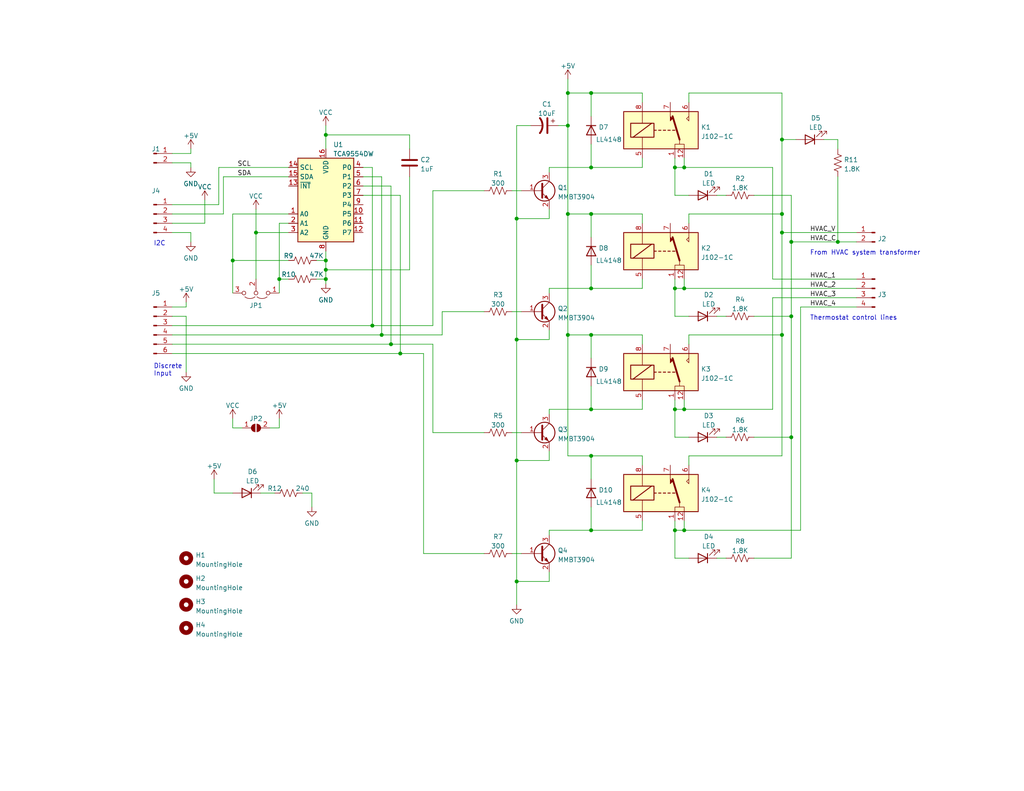
<source format=kicad_sch>
(kicad_sch (version 20211123) (generator eeschema)
  (paper "A")
  (title_block (title "HVAC relay driver, 4 channels") (date "2022-09-27") (rev "1.0"))
  (lib_symbols
    (symbol "Connector:Conn_01x02_Male" (pin_names (offset 1.016) hide)
      (property "Reference" "J" (at 0 2.54 0))
      (property "Value" "Conn_01x02_Male" (at 0 -5.08 0))
      (symbol "Conn_01x02_Male_1_1"
        (polyline (pts (xy 1.27 -2.54) (xy 0.8636 -2.54)) (stroke (width 0.1524)))
        (polyline (pts (xy 1.27 0) (xy 0.8636 0)) (stroke (width 0.1524)))
        (rectangle (start 0.8636 -2.413) (end 0 -2.667) (stroke (width 0.1524)) (fill (type outline)))
        (rectangle (start 0.8636 0.127) (end 0 -0.127) (stroke (width 0.1524)) (fill (type outline)))
        (pin passive line (at 5.08 0 180) (length 3.81) (name "Pin_1") (number "1"))
        (pin passive line (at 5.08 -2.54 180) (length 3.81) (name "Pin_2") (number "2"))
      )
    )
    (symbol "Connector:Conn_01x04_Male" (pin_names (offset 1.016) hide)
      (property "Reference" "J" (at 0 5.08 0))
      (property "Value" "Conn_01x04_Male" (at 0 -7.62 0))
      (symbol "Conn_01x04_Male_1_1"
        (polyline (pts (xy 1.27 -5.08) (xy 0.8636 -5.08)) (stroke (width 0.1524)))
        (polyline (pts (xy 1.27 -2.54) (xy 0.8636 -2.54)) (stroke (width 0.1524)))
        (polyline (pts (xy 1.27 0) (xy 0.8636 0)) (stroke (width 0.1524)))
        (polyline (pts (xy 1.27 2.54) (xy 0.8636 2.54)) (stroke (width 0.1524)))
        (rectangle (start 0.8636 -4.953) (end 0 -5.207) (stroke (width 0.1524)) (fill (type outline)))
        (rectangle (start 0.8636 -2.413) (end 0 -2.667) (stroke (width 0.1524)) (fill (type outline)))
        (rectangle (start 0.8636 0.127) (end 0 -0.127) (stroke (width 0.1524)) (fill (type outline)))
        (rectangle (start 0.8636 2.667) (end 0 2.413) (stroke (width 0.1524)) (fill (type outline)))
        (pin passive line (at 5.08 2.54 180) (length 3.81) (name "Pin_1") (number "1"))
        (pin passive line (at 5.08 0 180) (length 3.81) (name "Pin_2") (number "2"))
        (pin passive line (at 5.08 -2.54 180) (length 3.81) (name "Pin_3") (number "3"))
        (pin passive line (at 5.08 -5.08 180) (length 3.81) (name "Pin_4") (number "4"))
      )
    )
    (symbol "Connector:Conn_01x06_Male" (pin_names (offset 1.016) hide)
      (property "Reference" "J" (at 0 7.62 0))
      (property "Value" "Conn_01x06_Male" (at 0 -10.16 0))
      (symbol "Conn_01x06_Male_1_1"
        (polyline (pts (xy 1.27 -7.62) (xy 0.8636 -7.62)) (stroke (width 0.1524)))
        (polyline (pts (xy 1.27 -5.08) (xy 0.8636 -5.08)) (stroke (width 0.1524)))
        (polyline (pts (xy 1.27 -2.54) (xy 0.8636 -2.54)) (stroke (width 0.1524)))
        (polyline (pts (xy 1.27 0) (xy 0.8636 0)) (stroke (width 0.1524)))
        (polyline (pts (xy 1.27 2.54) (xy 0.8636 2.54)) (stroke (width 0.1524)))
        (polyline (pts (xy 1.27 5.08) (xy 0.8636 5.08)) (stroke (width 0.1524)))
        (rectangle (start 0.8636 -7.493) (end 0 -7.747) (stroke (width 0.1524)) (fill (type outline)))
        (rectangle (start 0.8636 -4.953) (end 0 -5.207) (stroke (width 0.1524)) (fill (type outline)))
        (rectangle (start 0.8636 -2.413) (end 0 -2.667) (stroke (width 0.1524)) (fill (type outline)))
        (rectangle (start 0.8636 0.127) (end 0 -0.127) (stroke (width 0.1524)) (fill (type outline)))
        (rectangle (start 0.8636 2.667) (end 0 2.413) (stroke (width 0.1524)) (fill (type outline)))
        (rectangle (start 0.8636 5.207) (end 0 4.953) (stroke (width 0.1524)) (fill (type outline)))
        (pin passive line (at 5.08 5.08 180) (length 3.81) (name "Pin_1") (number "1"))
        (pin passive line (at 5.08 2.54 180) (length 3.81) (name "Pin_2") (number "2"))
        (pin passive line (at 5.08 0 180) (length 3.81) (name "Pin_3") (number "3"))
        (pin passive line (at 5.08 -2.54 180) (length 3.81) (name "Pin_4") (number "4"))
        (pin passive line (at 5.08 -5.08 180) (length 3.81) (name "Pin_5") (number "5"))
        (pin passive line (at 5.08 -7.62 180) (length 3.81) (name "Pin_6") (number "6"))
      )
    )
    (symbol "Device:C" (pin_numbers hide) (pin_names (offset 0.254))
      (property "Reference" "C" (at 0.635 2.54 0))
      (property "Value" "C" (at 0.635 -2.54 0))
      (symbol "C_0_1"
        (polyline (pts (xy -2.032 -0.762) (xy 2.032 -0.762)) (stroke (width 0.508)))
        (polyline (pts (xy -2.032 0.762) (xy 2.032 0.762)) (stroke (width 0.508)))
      )
      (symbol "C_1_1"
        (pin passive line (at 0 3.81 270) (length 2.794) (name "~") (number "1"))
        (pin passive line (at 0 -3.81 90) (length 2.794) (name "~") (number "2"))
      )
    )
    (symbol "Device:C_Polarized_US" (pin_numbers hide) (pin_names (offset 0.254) hide)
      (property "Reference" "C" (at 0.635 2.54 0))
      (property "Value" "C_Polarized_US" (at 0.635 -2.54 0))
      (symbol "C_Polarized_US_0_1"
        (polyline (pts (xy -2.032 0.762) (xy 2.032 0.762)) (stroke (width 0.508)))
        (polyline (pts (xy -1.778 2.286) (xy -0.762 2.286)))
        (polyline (pts (xy -1.27 1.778) (xy -1.27 2.794)))
        (arc (start 2.032 -1.27) (mid 0 -0.5572) (end -2.032 -1.27) (stroke (width 0.508)))
      )
      (symbol "C_Polarized_US_1_1"
        (pin passive line (at 0 3.81 270) (length 2.794) (name "~") (number "1"))
        (pin passive line (at 0 -3.81 90) (length 3.302) (name "~") (number "2"))
      )
    )
    (symbol "Device:LED" (pin_numbers hide) (pin_names (offset 1.016) hide)
      (property "Reference" "D" (at 0 2.54 0))
      (property "Value" "LED" (at 0 -2.54 0))
      (symbol "LED_0_1"
        (polyline (pts (xy -1.27 -1.27) (xy -1.27 1.27)) (stroke (width 0.254)))
        (polyline (pts (xy -1.27 0) (xy 1.27 0)))
        (polyline (pts (xy 1.27 -1.27) (xy 1.27 1.27) (xy -1.27 0) (xy 1.27 -1.27)) (stroke (width 0.254)))
        (polyline (pts (xy -3.048 -0.762) (xy -4.572 -2.286) (xy -3.81 -2.286) (xy -4.572 -2.286) (xy -4.572 -1.524)))
        (polyline (pts (xy -1.778 -0.762) (xy -3.302 -2.286) (xy -2.54 -2.286) (xy -3.302 -2.286) (xy -3.302 -1.524)))
      )
      (symbol "LED_1_1"
        (pin passive line (at -3.81 0 0) (length 2.54) (name "K") (number "1"))
        (pin passive line (at 3.81 0 180) (length 2.54) (name "A") (number "2"))
      )
    )
    (symbol "Device:R_US" (pin_numbers hide) (pin_names (offset 0))
      (property "Reference" "R" (at 2.54 0 90))
      (property "Value" "R_US" (at -2.54 0 90))
      (symbol "R_US_0_1"
        (polyline (pts (xy 0 -2.286) (xy 0 -2.54)))
        (polyline (pts (xy 0 2.286) (xy 0 2.54)))
        (polyline (pts (xy 0 -0.762) (xy 1.016 -1.143) (xy 0 -1.524) (xy -1.016 -1.905) (xy 0 -2.286)))
        (polyline (pts (xy 0 0.762) (xy 1.016 0.381) (xy 0 0) (xy -1.016 -0.381) (xy 0 -0.762)))
        (polyline (pts (xy 0 2.286) (xy 1.016 1.905) (xy 0 1.524) (xy -1.016 1.143) (xy 0 0.762)))
      )
      (symbol "R_US_1_1"
        (pin passive line (at 0 3.81 270) (length 1.27) (name "~") (number "1"))
        (pin passive line (at 0 -3.81 90) (length 1.27) (name "~") (number "2"))
      )
    )
    (symbol "Diode:LL4148" (pin_numbers hide) (pin_names (offset 1.016) hide)
      (property "Reference" "D" (at 0 2.54 0))
      (property "Value" "LL4148" (at 0 -2.54 0))
      (symbol "LL4148_0_1"
        (polyline (pts (xy -1.27 1.27) (xy -1.27 -1.27)) (stroke (width 0.254)))
        (polyline (pts (xy 1.27 0) (xy -1.27 0)))
        (polyline (pts (xy 1.27 1.27) (xy 1.27 -1.27) (xy -1.27 0) (xy 1.27 1.27)) (stroke (width 0.254)))
      )
      (symbol "LL4148_1_1"
        (pin passive line (at -3.81 0 0) (length 2.54) (name "K") (number "1"))
        (pin passive line (at 3.81 0 180) (length 2.54) (name "A") (number "2"))
      )
    )
    (symbol "Interface_Expansion:TCA9554DW"
      (property "Reference" "U" (at -7.62 11.43 0))
      (property "Value" "TCA9554DW" (at 2.54 11.43 0))
      (symbol "TCA9554DW_0_1"
        (rectangle (start -7.62 -12.7) (end 7.62 10.16) (stroke (width 0.254)) (fill (type background)))
      )
      (symbol "TCA9554DW_1_1"
        (pin input line (at -10.16 -5.08 0) (length 2.54) (name "A0") (number "1"))
        (pin bidirectional line (at 10.16 -5.08 180) (length 2.54) (name "P5") (number "10"))
        (pin bidirectional line (at 10.16 -7.62 180) (length 2.54) (name "P6") (number "11"))
        (pin bidirectional line (at 10.16 -10.16 180) (length 2.54) (name "P7") (number "12"))
        (pin open_collector line (at -10.16 2.54 0) (length 2.54) (name "~{INT}") (number "13"))
        (pin input line (at -10.16 7.62 0) (length 2.54) (name "SCL") (number "14"))
        (pin bidirectional line (at -10.16 5.08 0) (length 2.54) (name "SDA") (number "15"))
        (pin power_in line (at 0 12.7 270) (length 2.54) (name "VDD") (number "16"))
        (pin input line (at -10.16 -7.62 0) (length 2.54) (name "A1") (number "2"))
        (pin input line (at -10.16 -10.16 0) (length 2.54) (name "A2") (number "3"))
        (pin bidirectional line (at 10.16 7.62 180) (length 2.54) (name "P0") (number "4"))
        (pin bidirectional line (at 10.16 5.08 180) (length 2.54) (name "P1") (number "5"))
        (pin bidirectional line (at 10.16 2.54 180) (length 2.54) (name "P2") (number "6"))
        (pin bidirectional line (at 10.16 0 180) (length 2.54) (name "P3") (number "7"))
        (pin power_in line (at 0 -15.24 90) (length 2.54) (name "GND") (number "8"))
        (pin bidirectional line (at 10.16 -2.54 180) (length 2.54) (name "P4") (number "9"))
      )
    )
    (symbol "Jumper:Jumper_3_Open" (pin_names (offset 0) hide)
      (property "Reference" "JP" (at -2.54 -2.54 0))
      (property "Value" "Jumper_3_Open" (at 0 2.794 0))
      (symbol "Jumper_3_Open_0_0"
        (circle (center -3.302 0) (radius 0.508))
        (circle (center 0 0) (radius 0.508))
        (circle (center 3.302 0) (radius 0.508))
      )
      (symbol "Jumper_3_Open_0_1"
        (arc (start -0.254 1.016) (mid -1.651 1.4992) (end -3.048 1.016))
        (polyline (pts (xy 0 -0.508) (xy 0 -1.27)))
        (arc (start 3.048 1.016) (mid 1.651 1.4992) (end 0.254 1.016))
      )
      (symbol "Jumper_3_Open_1_1"
        (pin passive line (at -6.35 0 0) (length 2.54) (name "A") (number "1"))
        (pin passive line (at 0 -3.81 90) (length 2.54) (name "C") (number "2"))
        (pin passive line (at 6.35 0 180) (length 2.54) (name "B") (number "3"))
      )
    )
    (symbol "Jumper:SolderJumper_2_Open" (pin_names (offset 0) hide)
      (property "Reference" "JP" (at 0 2.032 0))
      (property "Value" "SolderJumper_2_Open" (at 0 -2.54 0))
      (symbol "SolderJumper_2_Open_0_1"
        (arc (start -0.254 1.016) (mid -1.27 0) (end -0.254 -1.016))
        (arc (start -0.254 1.016) (mid -1.27 0) (end -0.254 -1.016) (fill (type outline)))
        (polyline (pts (xy -0.254 1.016) (xy -0.254 -1.016)))
        (polyline (pts (xy 0.254 1.016) (xy 0.254 -1.016)))
        (arc (start 0.254 -1.016) (mid 1.27 0) (end 0.254 1.016))
        (arc (start 0.254 -1.016) (mid 1.27 0) (end 0.254 1.016) (fill (type outline)))
      )
      (symbol "SolderJumper_2_Open_1_1"
        (pin passive line (at -3.81 0 0) (length 2.54) (name "A") (number "1"))
        (pin passive line (at 3.81 0 180) (length 2.54) (name "B") (number "2"))
      )
    )
    (symbol "Mechanical:MountingHole" (pin_names (offset 1.016))
      (property "Reference" "H" (at 0 5.08 0))
      (property "Value" "MountingHole" (at 0 3.175 0))
      (symbol "MountingHole_0_1"
        (circle (center 0 0) (radius 1.27) (stroke (width 1.27)))
      )
    )
    (symbol "Transistor_BJT:MMBT3904" (pin_names (offset 0) hide)
      (property "Reference" "Q" (at 5.08 1.905 0))
      (property "Value" "MMBT3904" (at 5.08 0 0))
      (symbol "MMBT3904_0_1"
        (polyline (pts (xy 0.635 0.635) (xy 2.54 2.54)))
        (polyline (pts (xy 0.635 -0.635) (xy 2.54 -2.54) (xy 2.54 -2.54)))
        (polyline (pts (xy 0.635 1.905) (xy 0.635 -1.905) (xy 0.635 -1.905)) (stroke (width 0.508)))
        (polyline (pts (xy 1.27 -1.778) (xy 1.778 -1.27) (xy 2.286 -2.286) (xy 1.27 -1.778) (xy 1.27 -1.778)) (fill (type outline)))
        (circle (center 1.27 0) (radius 2.8194) (stroke (width 0.254)))
      )
      (symbol "MMBT3904_1_1"
        (pin input line (at -5.08 0 0) (length 5.715) (name "B") (number "1"))
        (pin passive line (at 2.54 -5.08 90) (length 2.54) (name "E") (number "2"))
        (pin passive line (at 2.54 5.08 270) (length 2.54) (name "C") (number "3"))
      )
    )
    (symbol "kc2zgu:J102-1C"
      (property "Reference" "K" (at 11.43 3.81 0))
      (property "Value" "J102-1C" (at 11.43 1.27 0))
      (symbol "J102-1C_0_0"
        (polyline (pts (xy 7.62 5.08) (xy 7.62 2.54) (xy 6.985 3.175) (xy 7.62 3.81)))
      )
      (symbol "J102-1C_0_1"
        (rectangle (start -10.16 5.08) (end 10.16 -5.08) (stroke (width 0.254)) (fill (type background)))
        (rectangle (start -8.255 1.905) (end -1.905 -1.905) (stroke (width 0.254)))
        (polyline (pts (xy -7.62 -1.905) (xy -2.54 1.905)) (stroke (width 0.254)))
        (polyline (pts (xy -5.08 -5.08) (xy -5.08 -1.905)))
        (polyline (pts (xy -5.08 5.08) (xy -5.08 1.905)))
        (polyline (pts (xy -1.905 0) (xy -1.27 0)) (stroke (width 0.254)))
        (polyline (pts (xy -0.635 0) (xy 0 0)) (stroke (width 0.254)))
        (polyline (pts (xy 0.635 0) (xy 1.27 0)) (stroke (width 0.254)))
        (polyline (pts (xy 1.905 0) (xy 2.54 0)) (stroke (width 0.254)))
        (polyline (pts (xy 3.175 0) (xy 3.81 0)) (stroke (width 0.254)))
        (polyline (pts (xy 5.08 -2.54) (xy 3.175 3.81)) (stroke (width 0.508)))
        (polyline (pts (xy 5.08 -2.54) (xy 5.08 -3.81)))
        (polyline (pts (xy 2.54 5.08) (xy 2.54 2.54) (xy 3.175 3.175) (xy 2.54 3.81)) (fill (type outline)))
        (polyline (pts (xy 3.81 -5.08) (xy 3.81 -3.81) (xy 6.35 -3.81) (xy 6.35 -5.08)))
      )
      (symbol "J102-1C_1_1"
        (pin passive line (at 3.81 -7.62 90) (length 2.54) (name "~") (number "1"))
        (pin passive line (at 6.35 -7.62 90) (length 2.54) (name "~") (number "12"))
        (pin passive line (at -5.08 -7.62 90) (length 2.54) (name "~") (number "5"))
        (pin passive line (at 7.62 7.62 270) (length 2.54) (name "~") (number "6"))
        (pin passive line (at 2.54 7.62 270) (length 2.54) (name "~") (number "7"))
        (pin passive line (at -5.08 7.62 270) (length 2.54) (name "~") (number "8"))
      )
    )
    (symbol "power:+5V" (power) (pin_names (offset 0))
      (property "Value" "+5V" (at 0 3.556 0))
      (symbol "+5V_0_1"
        (polyline (pts (xy -0.762 1.27) (xy 0 2.54)))
        (polyline (pts (xy 0 0) (xy 0 2.54)))
        (polyline (pts (xy 0 2.54) (xy 0.762 1.27)))
      )
      (symbol "+5V_1_1"
        (pin power_in line (at 0 0 90) (length 0) hide (name "+5V") (number "1"))
      )
    )
    (symbol "power:GND" (power) (pin_names (offset 0))
      (property "Value" "GND" (at 0 -3.81 0))
      (symbol "GND_0_1"
        (polyline (pts (xy 0 0) (xy 0 -1.27) (xy 1.27 -1.27) (xy 0 -2.54) (xy -1.27 -1.27) (xy 0 -1.27)))
      )
      (symbol "GND_1_1"
        (pin power_in line (at 0 0 270) (length 0) hide (name "GND") (number "1"))
      )
    )
    (symbol "power:VCC" (power) (pin_names (offset 0))
      (property "Value" "VCC" (at 0 3.81 0))
      (symbol "VCC_0_1"
        (polyline (pts (xy -0.762 1.27) (xy 0 2.54)))
        (polyline (pts (xy 0 0) (xy 0 2.54)))
        (polyline (pts (xy 0 2.54) (xy 0.762 1.27)))
      )
      (symbol "VCC_1_1"
        (pin power_in line (at 0 0 90) (length 0) hide (name "VCC") (number "1"))
      )
    )
  )
  (junction (at 140.97 92.71))
  (junction (at 213.36 91.44))
  (junction (at 215.9 66.04))
  (junction (at 154.94 58.42))
  (junction (at 186.69 78.74))
  (junction (at 161.29 124.46))
  (junction (at 76.2 76.2))
  (junction (at 184.15 78.74))
  (junction (at 161.29 25.4))
  (junction (at 104.14 91.44))
  (junction (at 88.9 73.66))
  (junction (at 186.69 144.78))
  (junction (at 186.69 45.72))
  (junction (at 161.29 78.74))
  (junction (at 184.15 111.76))
  (junction (at 109.22 96.52))
  (junction (at 161.29 144.78))
  (junction (at 186.69 111.76))
  (junction (at 106.68 93.98))
  (junction (at 69.85 63.5))
  (junction (at 184.15 45.72))
  (junction (at 140.97 158.75))
  (junction (at 88.9 76.2))
  (junction (at 140.97 125.73))
  (junction (at 101.6 88.9))
  (junction (at 88.9 36.83))
  (junction (at 154.94 91.44))
  (junction (at 213.36 38.1))
  (junction (at 88.9 71.12))
  (junction (at 215.9 86.36))
  (junction (at 228.6 66.04))
  (junction (at 213.36 63.5))
  (junction (at 140.97 59.69))
  (junction (at 154.94 25.4))
  (junction (at 215.9 119.38))
  (junction (at 213.36 58.42))
  (junction (at 63.5 71.12))
  (junction (at 184.15 144.78))
  (junction (at 161.29 91.44))
  (junction (at 161.29 58.42))
  (junction (at 161.29 45.72))
  (junction (at 161.29 111.76))
  (junction (at 154.94 34.29))
  (wire (pts (xy 187.96 27.94) (xy 187.96 25.4)))
  (wire (pts (xy 149.86 111.76) (xy 161.29 111.76)))
  (wire (pts (xy 175.26 25.4) (xy 161.29 25.4)))
  (wire (pts (xy 161.29 91.44) (xy 154.94 91.44)))
  (wire (pts (xy 175.26 93.98) (xy 175.26 91.44)))
  (wire (pts (xy 63.5 58.42) (xy 63.5 71.12)))
  (wire (pts (xy 149.86 113.03) (xy 149.86 111.76)))
  (wire (pts (xy 99.06 48.26) (xy 104.14 48.26)))
  (wire (pts (xy 210.82 76.2) (xy 210.82 45.72)))
  (wire (pts (xy 149.86 80.01) (xy 149.86 78.74)))
  (wire (pts (xy 161.29 138.43) (xy 161.29 144.78)))
  (wire (pts (xy 195.58 53.34) (xy 198.12 53.34)))
  (wire (pts (xy 76.2 80.01) (xy 76.2 76.2)))
  (wire (pts (xy 224.79 38.1) (xy 228.6 38.1)))
  (wire (pts (xy 161.29 105.41) (xy 161.29 111.76)))
  (wire (pts (xy 115.57 96.52) (xy 115.57 151.13)))
  (wire (pts (xy 187.96 119.38) (xy 184.15 119.38)))
  (wire (pts (xy 88.9 73.66) (xy 88.9 76.2)))
  (wire (pts (xy 186.69 45.72) (xy 186.69 43.18)))
  (wire (pts (xy 175.26 127) (xy 175.26 124.46)))
  (wire (pts (xy 175.26 91.44) (xy 161.29 91.44)))
  (wire (pts (xy 187.96 53.34) (xy 184.15 53.34)))
  (wire (pts (xy 99.06 50.8) (xy 106.68 50.8)))
  (wire (pts (xy 88.9 71.12) (xy 88.9 73.66)))
  (wire (pts (xy 195.58 86.36) (xy 198.12 86.36)))
  (wire (pts (xy 161.29 25.4) (xy 161.29 31.75)))
  (wire (pts (xy 50.8 83.82) (xy 50.8 82.55)))
  (wire (pts (xy 82.55 134.62) (xy 85.09 134.62)))
  (wire (pts (xy 228.6 38.1) (xy 228.6 40.64)))
  (wire (pts (xy 46.99 93.98) (xy 106.68 93.98)))
  (wire (pts (xy 140.97 125.73) (xy 149.86 125.73)))
  (wire (pts (xy 149.86 46.99) (xy 149.86 45.72)))
  (wire (pts (xy 149.86 123.19) (xy 149.86 125.73)))
  (wire (pts (xy 215.9 86.36) (xy 215.9 66.04)))
  (wire (pts (xy 52.07 63.5) (xy 46.99 63.5)))
  (wire (pts (xy 149.86 45.72) (xy 161.29 45.72)))
  (wire (pts (xy 184.15 111.76) (xy 186.69 111.76)))
  (wire (pts (xy 154.94 58.42) (xy 154.94 91.44)))
  (wire (pts (xy 140.97 92.71) (xy 140.97 125.73)))
  (wire (pts (xy 187.96 58.42) (xy 213.36 58.42)))
  (wire (pts (xy 78.74 48.26) (xy 60.96 48.26)))
  (wire (pts (xy 187.96 25.4) (xy 213.36 25.4)))
  (wire (pts (xy 99.06 53.34) (xy 109.22 53.34)))
  (wire (pts (xy 76.2 76.2) (xy 76.2 60.96)))
  (wire (pts (xy 215.9 119.38) (xy 215.9 86.36)))
  (wire (pts (xy 149.86 90.17) (xy 149.86 92.71)))
  (wire (pts (xy 55.88 54.61) (xy 55.88 60.96)))
  (wire (pts (xy 111.76 73.66) (xy 88.9 73.66)))
  (wire (pts (xy 175.26 78.74) (xy 175.26 76.2)))
  (wire (pts (xy 149.86 78.74) (xy 161.29 78.74)))
  (wire (pts (xy 118.11 88.9) (xy 118.11 52.07)))
  (wire (pts (xy 88.9 76.2) (xy 88.9 77.47)))
  (wire (pts (xy 184.15 86.36) (xy 184.15 78.74)))
  (wire (pts (xy 161.29 45.72) (xy 175.26 45.72)))
  (wire (pts (xy 161.29 91.44) (xy 161.29 97.79)))
  (wire (pts (xy 213.36 25.4) (xy 213.36 38.1)))
  (wire (pts (xy 228.6 66.04) (xy 215.9 66.04)))
  (wire (pts (xy 184.15 109.22) (xy 184.15 111.76)))
  (wire (pts (xy 69.85 63.5) (xy 69.85 57.15)))
  (wire (pts (xy 184.15 76.2) (xy 184.15 78.74)))
  (wire (pts (xy 186.69 144.78) (xy 186.69 142.24)))
  (wire (pts (xy 111.76 48.26) (xy 111.76 73.66)))
  (wire (pts (xy 139.7 151.13) (xy 142.24 151.13)))
  (wire (pts (xy 99.06 45.72) (xy 101.6 45.72)))
  (wire (pts (xy 205.74 86.36) (xy 215.9 86.36)))
  (wire (pts (xy 85.09 134.62) (xy 85.09 138.43)))
  (wire (pts (xy 46.99 83.82) (xy 50.8 83.82)))
  (wire (pts (xy 161.29 78.74) (xy 175.26 78.74)))
  (wire (pts (xy 50.8 86.36) (xy 50.8 101.6)))
  (wire (pts (xy 101.6 88.9) (xy 118.11 88.9)))
  (wire (pts (xy 215.9 152.4) (xy 215.9 119.38)))
  (wire (pts (xy 46.99 41.91) (xy 52.07 41.91)))
  (wire (pts (xy 152.4 34.29) (xy 154.94 34.29)))
  (wire (pts (xy 186.69 78.74) (xy 233.68 78.74)))
  (wire (pts (xy 187.96 60.96) (xy 187.96 58.42)))
  (wire (pts (xy 233.68 66.04) (xy 228.6 66.04)))
  (wire (pts (xy 213.36 63.5) (xy 233.68 63.5)))
  (wire (pts (xy 73.66 116.84) (xy 76.2 116.84)))
  (wire (pts (xy 109.22 53.34) (xy 109.22 96.52)))
  (wire (pts (xy 175.26 58.42) (xy 161.29 58.42)))
  (wire (pts (xy 175.26 60.96) (xy 175.26 58.42)))
  (wire (pts (xy 184.15 144.78) (xy 186.69 144.78)))
  (wire (pts (xy 69.85 63.5) (xy 69.85 76.2)))
  (wire (pts (xy 106.68 93.98) (xy 118.11 93.98)))
  (wire (pts (xy 106.68 50.8) (xy 106.68 93.98)))
  (wire (pts (xy 187.96 127) (xy 187.96 124.46)))
  (wire (pts (xy 111.76 36.83) (xy 88.9 36.83)))
  (wire (pts (xy 140.97 158.75) (xy 149.86 158.75)))
  (wire (pts (xy 139.7 85.09) (xy 142.24 85.09)))
  (wire (pts (xy 213.36 63.5) (xy 213.36 91.44)))
  (wire (pts (xy 86.36 71.12) (xy 88.9 71.12)))
  (wire (pts (xy 233.68 83.82) (xy 218.44 83.82)))
  (wire (pts (xy 161.29 124.46) (xy 154.94 124.46)))
  (wire (pts (xy 46.99 96.52) (xy 109.22 96.52)))
  (wire (pts (xy 213.36 58.42) (xy 213.36 63.5)))
  (wire (pts (xy 52.07 41.91) (xy 52.07 40.64)))
  (wire (pts (xy 186.69 111.76) (xy 186.69 109.22)))
  (wire (pts (xy 205.74 152.4) (xy 215.9 152.4)))
  (wire (pts (xy 104.14 48.26) (xy 104.14 91.44)))
  (wire (pts (xy 118.11 52.07) (xy 132.08 52.07)))
  (wire (pts (xy 78.74 63.5) (xy 69.85 63.5)))
  (wire (pts (xy 78.74 58.42) (xy 63.5 58.42)))
  (wire (pts (xy 161.29 111.76) (xy 175.26 111.76)))
  (wire (pts (xy 140.97 59.69) (xy 149.86 59.69)))
  (wire (pts (xy 140.97 125.73) (xy 140.97 158.75)))
  (wire (pts (xy 149.86 144.78) (xy 161.29 144.78)))
  (wire (pts (xy 88.9 36.83) (xy 88.9 40.64)))
  (wire (pts (xy 154.94 34.29) (xy 154.94 58.42)))
  (wire (pts (xy 161.29 144.78) (xy 175.26 144.78)))
  (wire (pts (xy 184.15 43.18) (xy 184.15 45.72)))
  (wire (pts (xy 58.42 130.81) (xy 58.42 134.62)))
  (wire (pts (xy 187.96 86.36) (xy 184.15 86.36)))
  (wire (pts (xy 118.11 118.11) (xy 132.08 118.11)))
  (wire (pts (xy 86.36 76.2) (xy 88.9 76.2)))
  (wire (pts (xy 175.26 111.76) (xy 175.26 109.22)))
  (wire (pts (xy 184.15 45.72) (xy 186.69 45.72)))
  (wire (pts (xy 154.94 21.59) (xy 154.94 25.4)))
  (wire (pts (xy 186.69 144.78) (xy 218.44 144.78)))
  (wire (pts (xy 52.07 66.04) (xy 52.07 63.5)))
  (wire (pts (xy 149.86 156.21) (xy 149.86 158.75)))
  (wire (pts (xy 120.65 91.44) (xy 120.65 85.09)))
  (wire (pts (xy 140.97 158.75) (xy 140.97 165.1)))
  (wire (pts (xy 213.36 38.1) (xy 213.36 58.42)))
  (wire (pts (xy 175.26 45.72) (xy 175.26 43.18)))
  (wire (pts (xy 213.36 38.1) (xy 217.17 38.1)))
  (wire (pts (xy 60.96 58.42) (xy 46.99 58.42)))
  (wire (pts (xy 46.99 91.44) (xy 104.14 91.44)))
  (wire (pts (xy 228.6 48.26) (xy 228.6 66.04)))
  (wire (pts (xy 161.29 25.4) (xy 154.94 25.4)))
  (wire (pts (xy 76.2 76.2) (xy 78.74 76.2)))
  (wire (pts (xy 187.96 93.98) (xy 187.96 91.44)))
  (wire (pts (xy 60.96 48.26) (xy 60.96 58.42)))
  (wire (pts (xy 205.74 119.38) (xy 215.9 119.38)))
  (wire (pts (xy 76.2 116.84) (xy 76.2 114.3)))
  (wire (pts (xy 88.9 34.29) (xy 88.9 36.83)))
  (wire (pts (xy 140.97 92.71) (xy 149.86 92.71)))
  (wire (pts (xy 71.12 134.62) (xy 74.93 134.62)))
  (wire (pts (xy 76.2 60.96) (xy 78.74 60.96)))
  (wire (pts (xy 161.29 58.42) (xy 161.29 64.77)))
  (wire (pts (xy 139.7 118.11) (xy 142.24 118.11)))
  (wire (pts (xy 59.69 55.88) (xy 59.69 45.72)))
  (wire (pts (xy 140.97 34.29) (xy 140.97 59.69)))
  (wire (pts (xy 144.78 34.29) (xy 140.97 34.29)))
  (wire (pts (xy 186.69 111.76) (xy 210.82 111.76)))
  (wire (pts (xy 101.6 45.72) (xy 101.6 88.9)))
  (wire (pts (xy 175.26 144.78) (xy 175.26 142.24)))
  (wire (pts (xy 210.82 81.28) (xy 210.82 111.76)))
  (wire (pts (xy 63.5 71.12) (xy 63.5 80.01)))
  (wire (pts (xy 52.07 45.72) (xy 52.07 44.45)))
  (wire (pts (xy 46.99 55.88) (xy 59.69 55.88)))
  (wire (pts (xy 161.29 39.37) (xy 161.29 45.72)))
  (wire (pts (xy 184.15 119.38) (xy 184.15 111.76)))
  (wire (pts (xy 205.74 53.34) (xy 215.9 53.34)))
  (wire (pts (xy 154.94 25.4) (xy 154.94 34.29)))
  (wire (pts (xy 175.26 27.94) (xy 175.26 25.4)))
  (wire (pts (xy 55.88 60.96) (xy 46.99 60.96)))
  (wire (pts (xy 118.11 93.98) (xy 118.11 118.11)))
  (wire (pts (xy 161.29 124.46) (xy 161.29 130.81)))
  (wire (pts (xy 63.5 71.12) (xy 78.74 71.12)))
  (wire (pts (xy 139.7 52.07) (xy 142.24 52.07)))
  (wire (pts (xy 161.29 72.39) (xy 161.29 78.74)))
  (wire (pts (xy 195.58 152.4) (xy 198.12 152.4)))
  (wire (pts (xy 104.14 91.44) (xy 120.65 91.44)))
  (wire (pts (xy 120.65 85.09) (xy 132.08 85.09)))
  (wire (pts (xy 149.86 57.15) (xy 149.86 59.69)))
  (wire (pts (xy 184.15 142.24) (xy 184.15 144.78)))
  (wire (pts (xy 195.58 119.38) (xy 198.12 119.38)))
  (wire (pts (xy 186.69 45.72) (xy 210.82 45.72)))
  (wire (pts (xy 58.42 134.62) (xy 63.5 134.62)))
  (wire (pts (xy 66.04 116.84) (xy 63.5 116.84)))
  (wire (pts (xy 63.5 116.84) (xy 63.5 114.3)))
  (wire (pts (xy 109.22 96.52) (xy 115.57 96.52)))
  (wire (pts (xy 187.96 124.46) (xy 213.36 124.46)))
  (wire (pts (xy 233.68 76.2) (xy 210.82 76.2)))
  (wire (pts (xy 184.15 152.4) (xy 184.15 144.78)))
  (wire (pts (xy 161.29 58.42) (xy 154.94 58.42)))
  (wire (pts (xy 149.86 146.05) (xy 149.86 144.78)))
  (wire (pts (xy 218.44 83.82) (xy 218.44 144.78)))
  (wire (pts (xy 52.07 44.45) (xy 46.99 44.45)))
  (wire (pts (xy 187.96 152.4) (xy 184.15 152.4)))
  (wire (pts (xy 154.94 91.44) (xy 154.94 124.46)))
  (wire (pts (xy 215.9 66.04) (xy 215.9 53.34)))
  (wire (pts (xy 175.26 124.46) (xy 161.29 124.46)))
  (wire (pts (xy 59.69 45.72) (xy 78.74 45.72)))
  (wire (pts (xy 184.15 53.34) (xy 184.15 45.72)))
  (wire (pts (xy 213.36 91.44) (xy 213.36 124.46)))
  (wire (pts (xy 187.96 91.44) (xy 213.36 91.44)))
  (wire (pts (xy 233.68 81.28) (xy 210.82 81.28)))
  (wire (pts (xy 115.57 151.13) (xy 132.08 151.13)))
  (wire (pts (xy 88.9 68.58) (xy 88.9 71.12)))
  (wire (pts (xy 111.76 40.64) (xy 111.76 36.83)))
  (wire (pts (xy 186.69 78.74) (xy 186.69 76.2)))
  (wire (pts (xy 46.99 88.9) (xy 101.6 88.9)))
  (wire (pts (xy 46.99 86.36) (xy 50.8 86.36)))
  (wire (pts (xy 140.97 59.69) (xy 140.97 92.71)))
  (wire (pts (xy 184.15 78.74) (xy 186.69 78.74)))
  (text "I2C" (at 41.91 67.31 0) (effects (font (size 1.27 1.27)) (justify left bottom)))
  (text "Discrete\nInput" (at 41.91 102.87 0) (effects (font (size 1.27 1.27)) (justify left bottom)))
  (text "From HVAC system transformer" (at 220.98 69.85 0) (effects (font (size 1.27 1.27)) (justify left bottom)))
  (text "Thermostat control lines" (at 220.98 87.63 0) (effects (font (size 1.27 1.27)) (justify left bottom)))
  (label "HVAC_V" (at 220.98 63.5 0))
  (label "HVAC_1" (at 220.98 76.2 0))
  (label "SCL" (at 64.77 45.72 0))
  (label "HVAC_4" (at 220.98 83.82 0))
  (label "SDA" (at 64.77 48.26 0))
  (label "HVAC_C" (at 220.98 66.04 0))
  (label "HVAC_2" (at 220.98 78.74 0))
  (label "HVAC_3" (at 220.98 81.28 0))
  (symbol (lib_id "Device:R_US") (at 228.6 44.45 180) (unit 1)
    (property "Reference" "R11" (at 230.251 43.6153 0) (effects (justify right)))
    (property "Value" "1.8K" (at 230.251 46.1522 0) (effects (justify right)))
    (property "Footprint" "Resistor_SMD:R_0805_2012Metric_Pad1.20x1.40mm_HandSolder" (effects hide))
  )
  (symbol (lib_id "power:GND") (at 52.07 66.04 0) (unit 1)
    (property "Reference" "#PWR08" (effects hide))
    (property "Value" "GND" (at 52.07 70.4834 0))
  )
  (symbol (lib_id "power:GND") (at 50.8 101.6 0) (unit 1)
    (property "Reference" "#PWR011" (effects hide))
    (property "Value" "GND" (at 50.8 106.0434 0))
  )
  (symbol (lib_id "Device:C_Polarized_US") (at 148.59 34.29 270) (unit 1)
    (property "Reference" "C1" (at 149.225 28.4312 90))
    (property "Value" "10uF" (at 149.225 30.9681 90))
    (property "Footprint" "Capacitor_THT:CP_Radial_D5.0mm_P2.50mm" (effects hide))
  )
  (symbol (lib_id "Mechanical:MountingHole") (at 50.8 165.1 0) (unit 1)
    (property "Reference" "H3" (at 53.34 164.2653 0) (effects (justify left)))
    (property "Value" "MountingHole" (at 53.34 166.8022 0) (effects (justify left)))
    (property "Footprint" "MountingHole:MountingHole_3.2mm_M3" (effects hide))
  )
  (symbol (lib_id "Mechanical:MountingHole") (at 50.8 152.4 0) (unit 1)
    (property "Reference" "H1" (at 53.34 151.5653 0) (effects (justify left)))
    (property "Value" "MountingHole" (at 53.34 154.1022 0) (effects (justify left)))
    (property "Footprint" "MountingHole:MountingHole_3.2mm_M3" (effects hide))
  )
  (symbol (lib_id "Device:R_US") (at 201.93 53.34 90) (unit 1)
    (property "Reference" "R2" (at 201.93 48.7512 90))
    (property "Value" "1.8K" (at 201.93 51.2881 90))
    (property "Footprint" "Resistor_SMD:R_0805_2012Metric_Pad1.20x1.40mm_HandSolder" (effects hide))
  )
  (symbol (lib_id "power:VCC") (at 88.9 34.29 0) (unit 1)
    (property "Reference" "#PWR03" (effects hide))
    (property "Value" "VCC" (at 88.9 30.7142 0))
  )
  (symbol (lib_id "power:GND") (at 140.97 165.1 0) (unit 1)
    (property "Reference" "#PWR02" (effects hide))
    (property "Value" "GND" (at 140.97 169.5434 0))
  )
  (symbol (lib_id "Device:R_US") (at 135.89 52.07 270) (unit 1)
    (property "Reference" "R1" (at 135.89 47.4812 90))
    (property "Value" "300" (at 135.89 50.0181 90))
    (property "Footprint" "Resistor_SMD:R_0805_2012Metric_Pad1.20x1.40mm_HandSolder" (effects hide))
  )
  (symbol (lib_id "power:+5V") (at 154.94 21.59 0) (unit 1)
    (property "Reference" "#PWR01" (effects hide))
    (property "Value" "+5V" (at 154.94 18.0142 0))
  )
  (symbol (lib_id "kc2zgu:J102-1C") (at 180.34 68.58 0) (unit 1)
    (property "Reference" "K2" (at 191.262 67.7453 0) (effects (justify left)))
    (property "Value" "J102-1C" (at 191.262 70.2822 0) (effects (justify left)))
    (property "Footprint" "Relay_THT:Relay_SPDT_HJR-4102" (effects hide))
    (property "Datasheet" "https://www.finder-relais.net/de/finder-relais-serie-40.pdf" (effects hide))
  )
  (symbol (lib_id "Device:R_US") (at 78.74 134.62 90) (unit 1)
    (property "Reference" "R12" (at 74.93 133.35 90))
    (property "Value" "240" (at 82.55 133.35 90))
    (property "Footprint" "Resistor_SMD:R_0805_2012Metric_Pad1.20x1.40mm_HandSolder" (effects hide))
  )
  (symbol (lib_id "Jumper:Jumper_3_Open") (at 69.85 80.01 180) (unit 1)
    (property "Reference" "JP1" (at 69.85 83.4126 0))
    (property "Value" "Jumper_3_Open" (effects hide))
    (property "Footprint" "Connector_PinHeader_2.54mm:PinHeader_1x03_P2.54mm_Vertical" (effects hide))
  )
  (symbol (lib_id "power:VCC") (at 69.85 57.15 0) (unit 1)
    (property "Reference" "#PWR07" (effects hide))
    (property "Value" "VCC" (at 69.85 53.5742 0))
  )
  (symbol (lib_id "Device:LED") (at 191.77 86.36 180) (unit 1)
    (property "Reference" "D2" (at 193.3575 80.5012 0))
    (property "Value" "LED" (at 193.3575 83.0381 0))
    (property "Footprint" "LED_THT:LED_D3.0mm" (effects hide))
  )
  (symbol (lib_id "power:GND") (at 88.9 77.47 0) (unit 1)
    (property "Reference" "#PWR09" (effects hide))
    (property "Value" "GND" (at 88.9 81.9134 0))
  )
  (symbol (lib_id "Device:R_US") (at 135.89 118.11 270) (unit 1)
    (property "Reference" "R5" (at 135.89 113.5212 90))
    (property "Value" "300" (at 135.89 116.0581 90))
    (property "Footprint" "Resistor_SMD:R_0805_2012Metric_Pad1.20x1.40mm_HandSolder" (effects hide))
  )
  (symbol (lib_id "kc2zgu:J102-1C") (at 180.34 101.6 0) (unit 1)
    (property "Reference" "K3" (at 191.262 100.7653 0) (effects (justify left)))
    (property "Value" "J102-1C" (at 191.262 103.3022 0) (effects (justify left)))
    (property "Footprint" "Relay_THT:Relay_SPDT_HJR-4102" (effects hide))
    (property "Datasheet" "https://www.finder-relais.net/de/finder-relais-serie-40.pdf" (effects hide))
  )
  (symbol (lib_id "Device:R_US") (at 201.93 152.4 90) (unit 1)
    (property "Reference" "R8" (at 201.93 147.8112 90))
    (property "Value" "1.8K" (at 201.93 150.3481 90))
    (property "Footprint" "Resistor_SMD:R_0805_2012Metric_Pad1.20x1.40mm_HandSolder" (effects hide))
  )
  (symbol (lib_id "power:VCC") (at 63.5 114.3 0) (unit 1)
    (property "Reference" "#PWR012" (effects hide))
    (property "Value" "VCC" (at 63.5 110.7242 0))
  )
  (symbol (lib_id "Mechanical:MountingHole") (at 50.8 158.75 0) (unit 1)
    (property "Reference" "H2" (at 53.34 157.9153 0) (effects (justify left)))
    (property "Value" "MountingHole" (at 53.34 160.4522 0) (effects (justify left)))
    (property "Footprint" "MountingHole:MountingHole_3.2mm_M3" (effects hide))
  )
  (symbol (lib_id "Transistor_BJT:MMBT3904") (at 147.32 118.11 0) (unit 1)
    (property "Reference" "Q3" (at 152.1714 117.2753 0) (effects (justify left)))
    (property "Value" "MMBT3904" (at 152.1714 119.8122 0) (effects (justify left)))
    (property "Footprint" "Package_TO_SOT_SMD:SOT-23" (effects hide))
    (property "Datasheet" "https://www.onsemi.com/pub/Collateral/2N3903-D.PDF" (effects hide))
  )
  (symbol (lib_id "Device:R_US") (at 82.55 76.2 90) (unit 1)
    (property "Reference" "R10" (at 78.74 74.93 90))
    (property "Value" "47K" (at 86.36 74.93 90))
    (property "Footprint" "Resistor_SMD:R_0805_2012Metric_Pad1.20x1.40mm_HandSolder" (effects hide))
  )
  (symbol (lib_id "Transistor_BJT:MMBT3904") (at 147.32 151.13 0) (unit 1)
    (property "Reference" "Q4" (at 152.1714 150.2953 0) (effects (justify left)))
    (property "Value" "MMBT3904" (at 152.1714 152.8322 0) (effects (justify left)))
    (property "Footprint" "Package_TO_SOT_SMD:SOT-23" (effects hide))
    (property "Datasheet" "https://www.onsemi.com/pub/Collateral/2N3903-D.PDF" (effects hide))
  )
  (symbol (lib_id "Transistor_BJT:MMBT3904") (at 147.32 85.09 0) (unit 1)
    (property "Reference" "Q2" (at 152.1714 84.2553 0) (effects (justify left)))
    (property "Value" "MMBT3904" (at 152.1714 86.7922 0) (effects (justify left)))
    (property "Footprint" "Package_TO_SOT_SMD:SOT-23" (effects hide))
    (property "Datasheet" "https://www.onsemi.com/pub/Collateral/2N3903-D.PDF" (effects hide))
  )
  (symbol (lib_id "Diode:LL4148") (at 161.29 35.56 270) (unit 1)
    (property "Reference" "D7" (at 163.322 34.7253 90) (effects (justify left)))
    (property "Value" "LL4148" (at 162.56 38.1 90) (effects (justify left)))
    (property "Footprint" "Diode_SMD:D_MiniMELF" (effects hide))
    (property "Datasheet" "http://www.vishay.com/docs/85557/ll4148.pdf" (effects hide))
  )
  (symbol (lib_id "power:GND") (at 52.07 45.72 0) (unit 1)
    (property "Reference" "#PWR05" (effects hide))
    (property "Value" "GND" (at 52.07 50.1634 0))
  )
  (symbol (lib_id "Connector:Conn_01x04_Male") (at 41.91 58.42 0) (unit 1)
    (property "Reference" "J4" (at 42.545 52.104 0))
    (property "Value" "Conn_01x04_Male" (effects hide))
    (property "Footprint" "Connector_JST:JST_PH_B4B-PH-K_1x04_P2.00mm_Vertical" (effects hide))
  )
  (symbol (lib_id "Device:LED") (at 67.31 134.62 180) (unit 1)
    (property "Reference" "D6" (at 68.8975 128.7612 0))
    (property "Value" "LED" (at 68.8975 131.2981 0))
    (property "Footprint" "LED_THT:LED_D3.0mm" (effects hide))
  )
  (symbol (lib_id "Device:R_US") (at 82.55 71.12 90) (unit 1)
    (property "Reference" "R9" (at 78.74 69.85 90))
    (property "Value" "47K" (at 86.36 69.85 90))
    (property "Footprint" "Resistor_SMD:R_0805_2012Metric_Pad1.20x1.40mm_HandSolder" (effects hide))
  )
  (symbol (lib_id "power:+5V") (at 50.8 82.55 0) (unit 1)
    (property "Reference" "#PWR010" (effects hide))
    (property "Value" "+5V" (at 50.8 78.9742 0))
  )
  (symbol (lib_id "power:+5V") (at 58.42 130.81 0) (unit 1)
    (property "Reference" "#PWR014" (effects hide))
    (property "Value" "+5V" (at 58.42 127.2342 0))
  )
  (symbol (lib_id "Diode:LL4148") (at 161.29 101.6 270) (unit 1)
    (property "Reference" "D9" (at 163.322 100.7653 90) (effects (justify left)))
    (property "Value" "LL4148" (at 162.56 104.14 90) (effects (justify left)))
    (property "Footprint" "Diode_SMD:D_MiniMELF" (effects hide))
    (property "Datasheet" "http://www.vishay.com/docs/85557/ll4148.pdf" (effects hide))
  )
  (symbol (lib_id "kc2zgu:J102-1C") (at 180.34 134.62 0) (unit 1)
    (property "Reference" "K4" (at 191.262 133.7853 0) (effects (justify left)))
    (property "Value" "J102-1C" (at 191.262 136.3222 0) (effects (justify left)))
    (property "Footprint" "Relay_THT:Relay_SPDT_HJR-4102" (effects hide))
    (property "Datasheet" "https://www.finder-relais.net/de/finder-relais-serie-40.pdf" (effects hide))
  )
  (symbol (lib_id "power:GND") (at 85.09 138.43 0) (unit 1)
    (property "Reference" "#PWR015" (effects hide))
    (property "Value" "GND" (at 85.09 142.8734 0))
  )
  (symbol (lib_id "Device:R_US") (at 135.89 85.09 270) (unit 1)
    (property "Reference" "R3" (at 135.89 80.5012 90))
    (property "Value" "300" (at 135.89 83.0381 90))
    (property "Footprint" "Resistor_SMD:R_0805_2012Metric_Pad1.20x1.40mm_HandSolder" (effects hide))
  )
  (symbol (lib_id "Diode:LL4148") (at 161.29 134.62 270) (unit 1)
    (property "Reference" "D10" (at 163.322 133.7853 90) (effects (justify left)))
    (property "Value" "LL4148" (at 162.56 137.16 90) (effects (justify left)))
    (property "Footprint" "Diode_SMD:D_MiniMELF" (effects hide))
    (property "Datasheet" "http://www.vishay.com/docs/85557/ll4148.pdf" (effects hide))
  )
  (symbol (lib_id "Diode:LL4148") (at 161.29 68.58 270) (unit 1)
    (property "Reference" "D8" (at 163.322 67.7453 90) (effects (justify left)))
    (property "Value" "LL4148" (at 162.56 71.12 90) (effects (justify left)))
    (property "Footprint" "Diode_SMD:D_MiniMELF" (effects hide))
    (property "Datasheet" "http://www.vishay.com/docs/85557/ll4148.pdf" (effects hide))
  )
  (symbol (lib_id "kc2zgu:J102-1C") (at 180.34 35.56 0) (unit 1)
    (property "Reference" "K1" (at 191.262 34.7253 0) (effects (justify left)))
    (property "Value" "J102-1C" (at 191.262 37.2622 0) (effects (justify left)))
    (property "Footprint" "Relay_THT:Relay_SPDT_HJR-4102" (effects hide))
    (property "Datasheet" "https://www.finder-relais.net/de/finder-relais-serie-40.pdf" (effects hide))
  )
  (symbol (lib_id "power:VCC") (at 55.88 54.61 0) (unit 1)
    (property "Reference" "#PWR06" (effects hide))
    (property "Value" "VCC" (at 55.88 51.0342 0))
  )
  (symbol (lib_id "Device:LED") (at 191.77 53.34 180) (unit 1)
    (property "Reference" "D1" (at 193.3575 47.4812 0))
    (property "Value" "LED" (at 193.3575 50.0181 0))
    (property "Footprint" "LED_THT:LED_D3.0mm" (effects hide))
  )
  (symbol (lib_id "Mechanical:MountingHole") (at 50.8 171.45 0) (unit 1)
    (property "Reference" "H4" (at 53.34 170.6153 0) (effects (justify left)))
    (property "Value" "MountingHole" (at 53.34 173.1522 0) (effects (justify left)))
    (property "Footprint" "MountingHole:MountingHole_3.2mm_M3" (effects hide))
  )
  (symbol (lib_id "power:+5V") (at 76.2 114.3 0) (unit 1)
    (property "Reference" "#PWR013" (effects hide))
    (property "Value" "+5V" (at 76.2 110.7242 0))
  )
  (symbol (lib_id "Jumper:SolderJumper_2_Open") (at 69.85 116.84 0) (unit 1)
    (property "Reference" "JP2" (at 69.85 114.3 0))
    (property "Value" "SolderJumper_2_Open" (effects hide))
    (property "Footprint" "Jumper:SolderJumper-2_P1.3mm_Open_Pad1.0x1.5mm" (effects hide))
  )
  (symbol (lib_id "Device:R_US") (at 135.89 151.13 270) (unit 1)
    (property "Reference" "R7" (at 135.89 146.5412 90))
    (property "Value" "300" (at 135.89 149.0781 90))
    (property "Footprint" "Resistor_SMD:R_0805_2012Metric_Pad1.20x1.40mm_HandSolder" (effects hide))
  )
  (symbol (lib_id "Device:LED") (at 220.98 38.1 180) (unit 1)
    (property "Reference" "D5" (at 222.5675 32.2412 0))
    (property "Value" "LED" (at 222.5675 34.7781 0))
    (property "Footprint" "LED_THT:LED_D3.0mm" (effects hide))
  )
  (symbol (lib_id "Device:LED") (at 191.77 119.38 180) (unit 1)
    (property "Reference" "D3" (at 193.3575 113.5212 0))
    (property "Value" "LED" (at 193.3575 116.0581 0))
    (property "Footprint" "LED_THT:LED_D3.0mm" (effects hide))
  )
  (symbol (lib_id "Device:R_US") (at 201.93 119.38 90) (unit 1)
    (property "Reference" "R6" (at 201.93 114.7912 90))
    (property "Value" "1.8K" (at 201.93 117.3281 90))
    (property "Footprint" "Resistor_SMD:R_0805_2012Metric_Pad1.20x1.40mm_HandSolder" (effects hide))
  )
  (symbol (lib_id "Connector:Conn_01x02_Male") (at 238.76 63.5 0) (mirror y) (unit 1)
    (property "Reference" "J2" (at 239.4712 65.2038 0) (effects (justify right)))
    (property "Value" "Conn_01x02_Male" (effects hide))
    (property "Footprint" "TerminalBlock:TerminalBlock_bornier-2_P5.08mm" (effects hide))
  )
  (symbol (lib_id "Interface_Expansion:TCA9554DW") (at 88.9 53.34 0) (unit 1)
    (property "Reference" "U1" (at 90.9194 39.4802 0) (effects (justify left)))
    (property "Value" "TCA9554DW" (at 90.9194 42.0171 0) (effects (justify left)))
    (property "Footprint" "Package_SO:SOIC-16W_7.5x10.3mm_P1.27mm" (effects hide))
    (property "Datasheet" "http://www.ti.com/lit/ds/symlink/tca9554.pdf" (effects hide))
  )
  (symbol (lib_id "power:+5V") (at 52.07 40.64 0) (unit 1)
    (property "Reference" "#PWR04" (effects hide))
    (property "Value" "+5V" (at 52.07 37.0642 0))
  )
  (symbol (lib_id "Transistor_BJT:MMBT3904") (at 147.32 52.07 0) (unit 1)
    (property "Reference" "Q1" (at 152.1714 51.2353 0) (effects (justify left)))
    (property "Value" "MMBT3904" (at 152.1714 53.7722 0) (effects (justify left)))
    (property "Footprint" "Package_TO_SOT_SMD:SOT-23" (effects hide))
    (property "Datasheet" "https://www.onsemi.com/pub/Collateral/2N3903-D.PDF" (effects hide))
  )
  (symbol (lib_id "Connector:Conn_01x04_Male") (at 238.76 78.74 0) (mirror y) (unit 1)
    (property "Reference" "J3" (at 239.4712 80.4438 0) (effects (justify right)))
    (property "Value" "Conn_01x04_Male" (effects hide))
    (property "Footprint" "TerminalBlock:TerminalBlock_bornier-4_P5.08mm" (effects hide))
  )
  (symbol (lib_id "Device:LED") (at 191.77 152.4 180) (unit 1)
    (property "Reference" "D4" (at 193.3575 146.5412 0))
    (property "Value" "LED" (at 193.3575 149.0781 0))
    (property "Footprint" "LED_THT:LED_D3.0mm" (effects hide))
  )
  (symbol (lib_id "Connector:Conn_01x02_Male") (at 41.91 41.91 0) (unit 1)
    (property "Reference" "J1" (at 42.545 40.671 0))
    (property "Value" "Conn_01x02_Male" (effects hide))
    (property "Footprint" "TerminalBlock:TerminalBlock_bornier-2_P5.08mm" (effects hide))
  )
  (symbol (lib_id "Device:C") (at 111.76 44.45 0) (unit 1)
    (property "Reference" "C2" (at 114.681 43.6153 0) (effects (justify left)))
    (property "Value" "1uF" (at 114.681 46.1522 0) (effects (justify left)))
    (property "Footprint" "Capacitor_SMD:C_0805_2012Metric_Pad1.18x1.45mm_HandSolder" (effects hide))
  )
  (symbol (lib_id "Connector:Conn_01x06_Male") (at 41.91 88.9 0) (unit 1)
    (property "Reference" "J5" (at 42.545 80.044 0))
    (property "Value" "Conn_01x06_Male" (effects hide))
    (property "Footprint" "Connector_PinHeader_2.54mm:PinHeader_1x06_P2.54mm_Vertical" (effects hide))
  )
  (symbol (lib_id "Device:R_US") (at 201.93 86.36 90) (unit 1)
    (property "Reference" "R4" (at 201.93 81.7712 90))
    (property "Value" "1.8K" (at 201.93 84.3081 90))
    (property "Footprint" "Resistor_SMD:R_0805_2012Metric_Pad1.20x1.40mm_HandSolder" (effects hide))
  )
)
</source>
